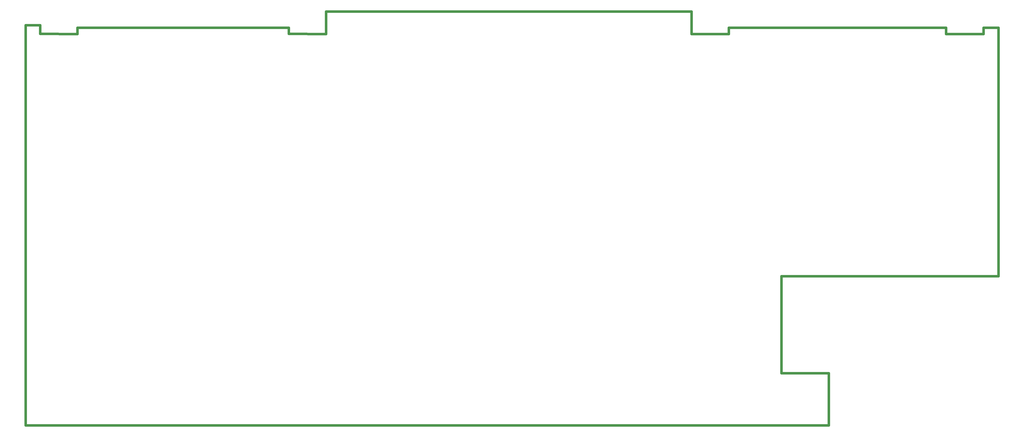
<source format=gm1>
G04 #@! TF.GenerationSoftware,KiCad,Pcbnew,9.0.0*
G04 #@! TF.CreationDate,2025-04-22T01:26:24+02:00*
G04 #@! TF.ProjectId,takt11800,74616b74-3131-4383-9030-2e6b69636164,1.0.0*
G04 #@! TF.SameCoordinates,Original*
G04 #@! TF.FileFunction,Profile,NP*
%FSLAX46Y46*%
G04 Gerber Fmt 4.6, Leading zero omitted, Abs format (unit mm)*
G04 Created by KiCad (PCBNEW 9.0.0) date 2025-04-22 01:26:24*
%MOMM*%
%LPD*%
G01*
G04 APERTURE LIST*
G04 #@! TA.AperFunction,Profile*
%ADD10C,1.000000*%
G04 #@! TD*
G04 APERTURE END LIST*
D10*
X297830000Y-65940000D02*
X297830000Y-68440000D01*
X282830000Y-59430000D02*
X282830000Y-68430000D01*
X337990000Y-204910000D02*
X318990000Y-204910000D01*
X120830000Y-65910000D02*
X35830000Y-65920000D01*
X120830000Y-65910000D02*
X120830000Y-68410000D01*
X35830000Y-68420000D02*
X20830000Y-68410000D01*
X20830000Y-64910000D02*
X20830000Y-68410000D01*
X14990000Y-64910000D02*
X14990000Y-225910000D01*
X282830000Y-59430000D02*
X135830000Y-59420000D01*
X135830000Y-68420000D02*
X120830000Y-68410000D01*
X135830000Y-59420000D02*
X135830000Y-68420000D01*
X297830000Y-68440000D02*
X282830000Y-68430000D01*
X337990000Y-225910000D02*
X337990000Y-204910000D01*
X35830000Y-65920000D02*
X35830000Y-68420000D01*
X318990000Y-204910000D02*
X318990000Y-165910000D01*
X406231250Y-165950000D02*
X318990000Y-165910000D01*
X406231250Y-65940000D02*
X406231250Y-165950000D01*
X406231250Y-65940000D02*
X400211250Y-65940000D01*
X400211250Y-65940000D02*
X400211250Y-68440000D01*
X400211250Y-68440000D02*
X385211250Y-68430000D01*
X385211250Y-65930000D02*
X385211250Y-68430000D01*
X385211250Y-65930000D02*
X297830000Y-65940000D01*
X14990000Y-225910000D02*
X337990000Y-225910000D01*
X14990000Y-64910000D02*
X20830000Y-64910000D01*
M02*

</source>
